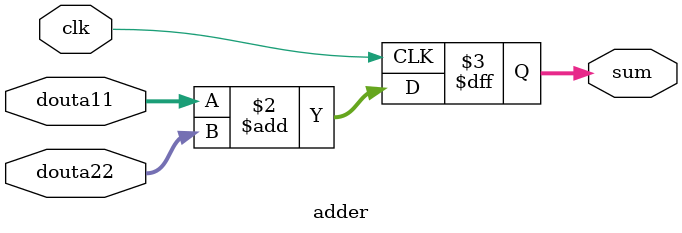
<source format=v>
`timescale 1ns / 1ps



module adder(
input clk,
input wire [15:0] douta11,
input wire [15:0] douta22,
output reg [15:0] sum
    );
    // Add logic to perform addition
    always@(posedge clk)
    begin
     sum <= douta11 + douta22;
    end
endmodule

</source>
